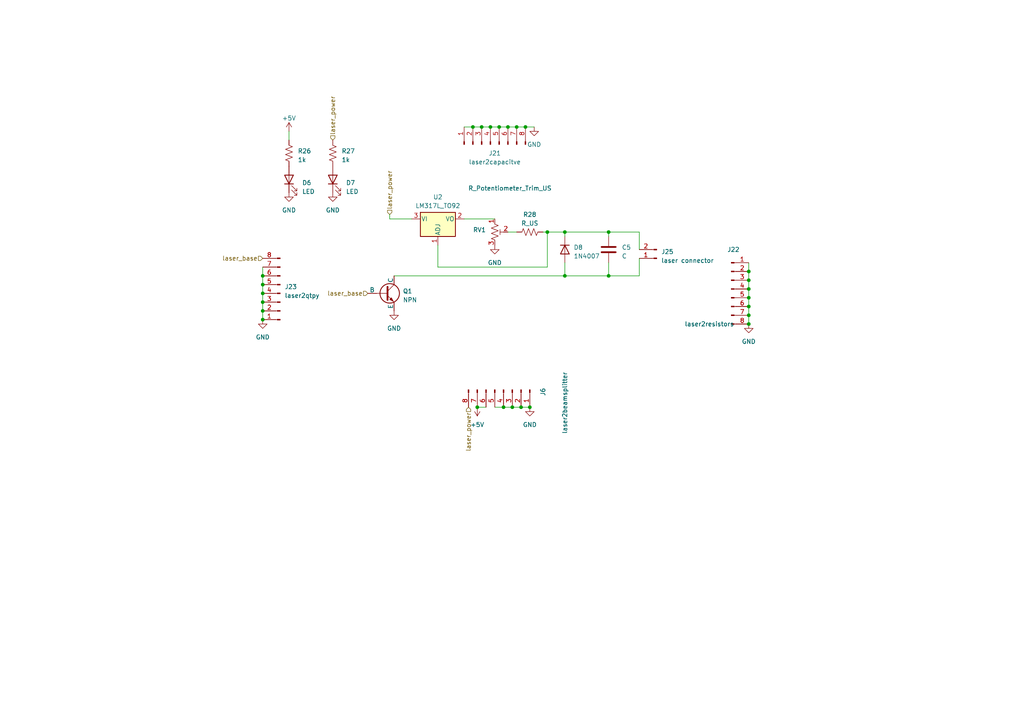
<source format=kicad_sch>
(kicad_sch (version 20230121) (generator eeschema)
  (paper "A4")
  (lib_symbols
    (symbol "Connector:Conn_01x02_Pin" (pin_names (offset 1.016) hide)
      (property "Reference" "J" (at 0 2.54 0))
      (property "Value" "Conn_01x02_Pin" (at 0 -5.08 0))
      (symbol "Conn_01x02_Pin_1_1"
        (polyline (pts (xy 1.27 -2.54) (xy 0.8636 -2.54)) (stroke (width 0.1524)))
        (polyline (pts (xy 1.27 0) (xy 0.8636 0)) (stroke (width 0.1524)))
        (rectangle (start 0.8636 -2.413) (end 0 -2.667) (stroke (width 0.1524)) (fill (type outline)))
        (rectangle (start 0.8636 0.127) (end 0 -0.127) (stroke (width 0.1524)) (fill (type outline)))
        (pin passive line (at 5.08 0 180) (length 3.81) (name "Pin_1") (number "1"))
        (pin passive line (at 5.08 -2.54 180) (length 3.81) (name "Pin_2") (number "2"))
      )
    )
    (symbol "Connector:Conn_01x08_Pin" (pin_names (offset 1.016) hide)
      (property "Reference" "J" (at 0 10.16 0))
      (property "Value" "Conn_01x08_Pin" (at 0 -12.7 0))
      (symbol "Conn_01x08_Pin_1_1"
        (polyline (pts (xy 1.27 -10.16) (xy 0.8636 -10.16)) (stroke (width 0.1524)))
        (polyline (pts (xy 1.27 -7.62) (xy 0.8636 -7.62)) (stroke (width 0.1524)))
        (polyline (pts (xy 1.27 -5.08) (xy 0.8636 -5.08)) (stroke (width 0.1524)))
        (polyline (pts (xy 1.27 -2.54) (xy 0.8636 -2.54)) (stroke (width 0.1524)))
        (polyline (pts (xy 1.27 0) (xy 0.8636 0)) (stroke (width 0.1524)))
        (polyline (pts (xy 1.27 2.54) (xy 0.8636 2.54)) (stroke (width 0.1524)))
        (polyline (pts (xy 1.27 5.08) (xy 0.8636 5.08)) (stroke (width 0.1524)))
        (polyline (pts (xy 1.27 7.62) (xy 0.8636 7.62)) (stroke (width 0.1524)))
        (rectangle (start 0.8636 -10.033) (end 0 -10.287) (stroke (width 0.1524)) (fill (type outline)))
        (rectangle (start 0.8636 -7.493) (end 0 -7.747) (stroke (width 0.1524)) (fill (type outline)))
        (rectangle (start 0.8636 -4.953) (end 0 -5.207) (stroke (width 0.1524)) (fill (type outline)))
        (rectangle (start 0.8636 -2.413) (end 0 -2.667) (stroke (width 0.1524)) (fill (type outline)))
        (rectangle (start 0.8636 0.127) (end 0 -0.127) (stroke (width 0.1524)) (fill (type outline)))
        (rectangle (start 0.8636 2.667) (end 0 2.413) (stroke (width 0.1524)) (fill (type outline)))
        (rectangle (start 0.8636 5.207) (end 0 4.953) (stroke (width 0.1524)) (fill (type outline)))
        (rectangle (start 0.8636 7.747) (end 0 7.493) (stroke (width 0.1524)) (fill (type outline)))
        (pin passive line (at 5.08 7.62 180) (length 3.81) (name "Pin_1") (number "1"))
        (pin passive line (at 5.08 5.08 180) (length 3.81) (name "Pin_2") (number "2"))
        (pin passive line (at 5.08 2.54 180) (length 3.81) (name "Pin_3") (number "3"))
        (pin passive line (at 5.08 0 180) (length 3.81) (name "Pin_4") (number "4"))
        (pin passive line (at 5.08 -2.54 180) (length 3.81) (name "Pin_5") (number "5"))
        (pin passive line (at 5.08 -5.08 180) (length 3.81) (name "Pin_6") (number "6"))
        (pin passive line (at 5.08 -7.62 180) (length 3.81) (name "Pin_7") (number "7"))
        (pin passive line (at 5.08 -10.16 180) (length 3.81) (name "Pin_8") (number "8"))
      )
    )
    (symbol "Device:C" (pin_numbers hide) (pin_names (offset 0.254))
      (property "Reference" "C" (at 0.635 2.54 0))
      (property "Value" "C" (at 0.635 -2.54 0))
      (symbol "C_0_1"
        (polyline (pts (xy -2.032 -0.762) (xy 2.032 -0.762)) (stroke (width 0.508)))
        (polyline (pts (xy -2.032 0.762) (xy 2.032 0.762)) (stroke (width 0.508)))
      )
      (symbol "C_1_1"
        (pin passive line (at 0 3.81 270) (length 2.794) (name "~") (number "1"))
        (pin passive line (at 0 -3.81 90) (length 2.794) (name "~") (number "2"))
      )
    )
    (symbol "Device:LED" (pin_numbers hide) (pin_names (offset 1.016) hide)
      (property "Reference" "D" (at 0 2.54 0))
      (property "Value" "LED" (at 0 -2.54 0))
      (symbol "LED_0_1"
        (polyline (pts (xy -1.27 -1.27) (xy -1.27 1.27)) (stroke (width 0.254)))
        (polyline (pts (xy -1.27 0) (xy 1.27 0)))
        (polyline (pts (xy 1.27 -1.27) (xy 1.27 1.27) (xy -1.27 0) (xy 1.27 -1.27)) (stroke (width 0.254)))
        (polyline (pts (xy -3.048 -0.762) (xy -4.572 -2.286) (xy -3.81 -2.286) (xy -4.572 -2.286) (xy -4.572 -1.524)))
        (polyline (pts (xy -1.778 -0.762) (xy -3.302 -2.286) (xy -2.54 -2.286) (xy -3.302 -2.286) (xy -3.302 -1.524)))
      )
      (symbol "LED_1_1"
        (pin passive line (at -3.81 0 0) (length 2.54) (name "K") (number "1"))
        (pin passive line (at 3.81 0 180) (length 2.54) (name "A") (number "2"))
      )
    )
    (symbol "Device:R_Potentiometer_Trim_US" (pin_names (offset 1.016) hide)
      (property "Reference" "RV" (at -4.445 0 90))
      (property "Value" "R_Potentiometer_Trim_US" (at -2.54 0 90))
      (symbol "R_Potentiometer_Trim_US_0_1"
        (polyline (pts (xy 0 -2.286) (xy 0 -2.54)))
        (polyline (pts (xy 0 2.286) (xy 0 2.54)))
        (polyline (pts (xy 1.524 0.762) (xy 1.524 -0.762)))
        (polyline (pts (xy 2.54 0) (xy 1.524 0)))
        (polyline (pts (xy 0 -0.762) (xy 1.016 -1.143) (xy 0 -1.524) (xy -1.016 -1.905) (xy 0 -2.286)))
        (polyline (pts (xy 0 0.762) (xy 1.016 0.381) (xy 0 0) (xy -1.016 -0.381) (xy 0 -0.762)))
        (polyline (pts (xy 0 2.286) (xy 1.016 1.905) (xy 0 1.524) (xy -1.016 1.143) (xy 0 0.762)))
      )
      (symbol "R_Potentiometer_Trim_US_1_1"
        (pin passive line (at 0 3.81 270) (length 1.27) (name "1") (number "1"))
        (pin passive line (at 3.81 0 180) (length 1.27) (name "2") (number "2"))
        (pin passive line (at 0 -3.81 90) (length 1.27) (name "3") (number "3"))
      )
    )
    (symbol "Device:R_US" (pin_numbers hide) (pin_names (offset 0))
      (property "Reference" "R" (at 2.54 0 90))
      (property "Value" "R_US" (at -2.54 0 90))
      (symbol "R_US_0_1"
        (polyline (pts (xy 0 -2.286) (xy 0 -2.54)))
        (polyline (pts (xy 0 2.286) (xy 0 2.54)))
        (polyline (pts (xy 0 -0.762) (xy 1.016 -1.143) (xy 0 -1.524) (xy -1.016 -1.905) (xy 0 -2.286)))
        (polyline (pts (xy 0 0.762) (xy 1.016 0.381) (xy 0 0) (xy -1.016 -0.381) (xy 0 -0.762)))
        (polyline (pts (xy 0 2.286) (xy 1.016 1.905) (xy 0 1.524) (xy -1.016 1.143) (xy 0 0.762)))
      )
      (symbol "R_US_1_1"
        (pin passive line (at 0 3.81 270) (length 1.27) (name "~") (number "1"))
        (pin passive line (at 0 -3.81 90) (length 1.27) (name "~") (number "2"))
      )
    )
    (symbol "Diode:1N4007" (pin_numbers hide) (pin_names hide)
      (property "Reference" "D" (at 0 2.54 0))
      (property "Value" "1N4007" (at 0 -2.54 0))
      (symbol "1N4007_0_1"
        (polyline (pts (xy -1.27 1.27) (xy -1.27 -1.27)) (stroke (width 0.254)))
        (polyline (pts (xy 1.27 0) (xy -1.27 0)))
        (polyline (pts (xy 1.27 1.27) (xy 1.27 -1.27) (xy -1.27 0) (xy 1.27 1.27)) (stroke (width 0.254)))
      )
      (symbol "1N4007_1_1"
        (pin passive line (at -3.81 0 0) (length 2.54) (name "K") (number "1"))
        (pin passive line (at 3.81 0 180) (length 2.54) (name "A") (number "2"))
      )
    )
    (symbol "Regulator_Linear:LM317L_TO92" (pin_names (offset 0.254))
      (property "Reference" "U" (at -3.81 3.175 0))
      (property "Value" "LM317L_TO92" (at 0 3.175 0))
      (symbol "LM317L_TO92_0_1"
        (rectangle (start -5.08 1.905) (end 5.08 -5.08) (stroke (width 0.254)) (fill (type background)))
      )
      (symbol "LM317L_TO92_1_1"
        (pin input line (at 0 -7.62 90) (length 2.54) (name "ADJ") (number "1"))
        (pin power_out line (at 7.62 0 180) (length 2.54) (name "VO") (number "2"))
        (pin power_in line (at -7.62 0 0) (length 2.54) (name "VI") (number "3"))
      )
    )
    (symbol "Simulation_SPICE:NPN" (pin_numbers hide) (pin_names (offset 0))
      (property "Reference" "Q" (at -2.54 7.62 0))
      (property "Value" "NPN" (at -2.54 5.08 0))
      (symbol "NPN_0_1"
        (polyline (pts (xy -2.54 0) (xy 0.635 0)) (stroke (width 0.1524)))
        (polyline (pts (xy 0.635 0.635) (xy 2.54 2.54)))
        (polyline (pts (xy 2.794 -1.27) (xy 2.794 -1.27)) (stroke (width 0.1524)))
        (polyline (pts (xy 2.794 -1.27) (xy 2.794 -1.27)) (stroke (width 0.1524)))
        (polyline (pts (xy 0.635 -0.635) (xy 2.54 -2.54) (xy 2.54 -2.54)))
        (polyline (pts (xy 0.635 1.905) (xy 0.635 -1.905) (xy 0.635 -1.905)) (stroke (width 0.508)))
        (polyline (pts (xy 1.27 -1.778) (xy 1.778 -1.27) (xy 2.286 -2.286) (xy 1.27 -1.778) (xy 1.27 -1.778)) (fill (type outline)))
        (circle (center 1.27 0) (radius 2.8194) (stroke (width 0.254)))
      )
      (symbol "NPN_1_1"
        (pin open_collector line (at 2.54 5.08 270) (length 2.54) (name "C") (number "1"))
        (pin input line (at -5.08 0 0) (length 2.54) (name "B") (number "2"))
        (pin open_emitter line (at 2.54 -5.08 90) (length 2.54) (name "E") (number "3"))
      )
    )
    (symbol "power:+5V" (power) (pin_names (offset 0))
      (property "Value" "+5V" (at 0 3.556 0))
      (symbol "+5V_0_1"
        (polyline (pts (xy -0.762 1.27) (xy 0 2.54)))
        (polyline (pts (xy 0 0) (xy 0 2.54)))
        (polyline (pts (xy 0 2.54) (xy 0.762 1.27)))
      )
      (symbol "+5V_1_1"
        (pin power_in line (at 0 0 90) (length 0) hide (name "+5V") (number "1"))
      )
    )
    (symbol "power:GND" (power) (pin_names (offset 0))
      (property "Value" "GND" (at 0 -3.81 0))
      (symbol "GND_0_1"
        (polyline (pts (xy 0 0) (xy 0 -1.27) (xy 1.27 -1.27) (xy 0 -2.54) (xy -1.27 -1.27) (xy 0 -1.27)))
      )
      (symbol "GND_1_1"
        (pin power_in line (at 0 0 270) (length 0) hide (name "GND") (number "1"))
      )
    )
  )
  (junction (at 217.17 88.9))
  (junction (at 217.17 91.44))
  (junction (at 176.53 80.01))
  (junction (at 137.16 36.83))
  (junction (at 146.05 118.11))
  (junction (at 148.59 118.11))
  (junction (at 142.24 36.83))
  (junction (at 76.2 90.17))
  (junction (at 153.67 118.11))
  (junction (at 217.17 78.74))
  (junction (at 76.2 82.55))
  (junction (at 217.17 81.28))
  (junction (at 176.53 67.31))
  (junction (at 138.43 118.11))
  (junction (at 76.2 80.01))
  (junction (at 217.17 86.36))
  (junction (at 139.7 36.83))
  (junction (at 76.2 85.09))
  (junction (at 144.78 36.83))
  (junction (at 151.13 118.11))
  (junction (at 163.83 80.01))
  (junction (at 163.83 67.31))
  (junction (at 217.17 93.98))
  (junction (at 158.75 67.31))
  (junction (at 76.2 87.63))
  (junction (at 147.32 36.83))
  (junction (at 149.86 36.83))
  (junction (at 217.17 83.82))
  (junction (at 76.2 92.71))
  (junction (at 152.4 36.83))
  (wire (pts (xy 76.2 85.09) (xy 76.2 87.63)))
  (wire (pts (xy 176.53 67.31) (xy 176.53 68.58)))
  (wire (pts (xy 217.17 86.36) (xy 217.17 88.9)))
  (wire (pts (xy 217.17 91.44) (xy 217.17 93.98)))
  (wire (pts (xy 157.48 67.31) (xy 158.75 67.31)))
  (wire (pts (xy 113.03 63.5) (xy 119.38 63.5)))
  (wire (pts (xy 176.53 80.01) (xy 163.83 80.01)))
  (wire (pts (xy 76.2 77.47) (xy 76.2 80.01)))
  (wire (pts (xy 140.97 118.11) (xy 138.43 118.11)))
  (wire (pts (xy 217.17 88.9) (xy 217.17 91.44)))
  (wire (pts (xy 76.2 90.17) (xy 76.2 92.71)))
  (wire (pts (xy 148.59 118.11) (xy 151.13 118.11)))
  (wire (pts (xy 217.17 81.28) (xy 217.17 83.82)))
  (wire (pts (xy 158.75 77.47) (xy 127 77.47)))
  (wire (pts (xy 163.83 76.2) (xy 163.83 80.01)))
  (wire (pts (xy 83.82 38.1) (xy 83.82 40.64)))
  (wire (pts (xy 185.42 80.01) (xy 176.53 80.01)))
  (wire (pts (xy 152.4 36.83) (xy 154.94 36.83)))
  (wire (pts (xy 144.78 36.83) (xy 147.32 36.83)))
  (wire (pts (xy 158.75 67.31) (xy 158.75 77.47)))
  (wire (pts (xy 217.17 76.2) (xy 217.17 78.74)))
  (wire (pts (xy 185.42 74.93) (xy 185.42 80.01)))
  (wire (pts (xy 139.7 36.83) (xy 142.24 36.83)))
  (wire (pts (xy 217.17 78.74) (xy 217.17 81.28)))
  (wire (pts (xy 137.16 36.83) (xy 139.7 36.83)))
  (wire (pts (xy 176.53 67.31) (xy 163.83 67.31)))
  (wire (pts (xy 151.13 118.11) (xy 153.67 118.11)))
  (wire (pts (xy 134.62 36.83) (xy 137.16 36.83)))
  (wire (pts (xy 142.24 36.83) (xy 144.78 36.83)))
  (wire (pts (xy 176.53 76.2) (xy 176.53 80.01)))
  (wire (pts (xy 146.05 118.11) (xy 148.59 118.11)))
  (wire (pts (xy 146.05 118.11) (xy 143.51 118.11)))
  (wire (pts (xy 163.83 67.31) (xy 163.83 68.58)))
  (wire (pts (xy 134.62 63.5) (xy 143.51 63.5)))
  (wire (pts (xy 147.32 36.83) (xy 149.86 36.83)))
  (wire (pts (xy 217.17 83.82) (xy 217.17 86.36)))
  (wire (pts (xy 76.2 80.01) (xy 76.2 82.55)))
  (wire (pts (xy 185.42 72.39) (xy 185.42 67.31)))
  (wire (pts (xy 185.42 67.31) (xy 176.53 67.31)))
  (wire (pts (xy 163.83 67.31) (xy 158.75 67.31)))
  (wire (pts (xy 76.2 87.63) (xy 76.2 90.17)))
  (wire (pts (xy 127 77.47) (xy 127 71.12)))
  (wire (pts (xy 114.3 80.01) (xy 163.83 80.01)))
  (wire (pts (xy 113.03 63.5) (xy 113.03 62.23)))
  (wire (pts (xy 76.2 82.55) (xy 76.2 85.09)))
  (wire (pts (xy 149.86 36.83) (xy 152.4 36.83)))
  (wire (pts (xy 147.32 67.31) (xy 149.86 67.31)))
  (hierarchical_label "laser_power" (shape input) (at 113.03 62.23 90))
  (hierarchical_label "laser_base" (shape input) (at 106.68 85.09 180))
  (hierarchical_label "laser_base" (shape input) (at 76.2 74.93 180))
  (hierarchical_label "laser_power" (shape input) (at 96.52 40.64 90))
  (hierarchical_label "laser_power" (shape input) (at 135.89 118.11 270))
  (symbol (lib_id "power:GND") (at 83.82 55.88 0) (unit 1)
    (property "Reference" "#PWR039" (effects hide))
    (property "Value" "GND" (at 83.82 60.96 0))
  )
  (symbol (lib_id "Connector:Conn_01x08_Pin") (at 212.09 83.82 0) (unit 1)
    (property "Reference" "J22" (at 212.725 72.39 0))
    (property "Value" "laser2resistors" (at 205.74 93.98 0))
    (property "Footprint" "Connector_PinHeader_2.54mm:PinHeader_1x08_P2.54mm_Horizontal" (effects hide))
  )
  (symbol (lib_id "power:GND") (at 114.3 90.17 0) (unit 1)
    (property "Reference" "#PWR041" (effects hide))
    (property "Value" "GND" (at 114.3 95.25 0))
  )
  (symbol (lib_id "Regulator_Linear:LM317L_TO92") (at 127 63.5 0) (unit 1)
    (property "Reference" "U2" (at 127 57.15 0))
    (property "Value" "LM317L_TO92" (at 127 59.69 0))
    (property "Footprint" "Package_TO_SOT_THT:TO-220-3_Vertical" (effects hide))
    (property "Datasheet" "http://www.ti.com/lit/ds/snvs775k/snvs775k.pdf" (effects hide))
  )
  (symbol (lib_id "power:GND") (at 143.51 71.12 0) (unit 1)
    (property "Reference" "#PWR043" (effects hide))
    (property "Value" "GND" (at 143.51 76.2 0))
  )
  (symbol (lib_id "Device:LED") (at 96.52 52.07 90) (unit 1)
    (property "Reference" "D7" (at 100.33 53.0225 90) (effects (justify right)))
    (property "Value" "LED" (at 100.33 55.5625 90) (effects (justify right)))
    (property "Footprint" "LED_SMD:LED_0805_2012Metric" (effects hide))
  )
  (symbol (lib_id "power:GND") (at 96.52 55.88 0) (unit 1)
    (property "Reference" "#PWR040" (effects hide))
    (property "Value" "GND" (at 96.52 60.96 0))
  )
  (symbol (lib_id "power:+5V") (at 138.43 118.11 180) (unit 1)
    (property "Reference" "#PWR015" (effects hide))
    (property "Value" "+5V" (at 138.43 123.19 0))
    (instances (project "qtpy" (path "" (reference "#PWR015") (unit 1))) (project "puzzle_cube" (path "" (reference "#PWR015") (unit 1)) (path "" (reference "#PWR020") (unit 1)) (path "" (reference "#PWR031") (unit 1)) (path "" (reference "#PWR038") (unit 1))))
  )
  (symbol (lib_id "power:GND") (at 76.2 92.71 0) (unit 1)
    (property "Reference" "#PWR04" (effects hide))
    (property "Value" "GND" (at 76.2 97.79 0))
  )
  (symbol (lib_id "Connector:Conn_01x08_Pin") (at 142.24 41.91 90) (unit 1)
    (property "Reference" "J21" (at 143.51 44.45 90))
    (property "Value" "laser2capacitve" (at 143.51 46.99 90))
    (property "Footprint" "Connector_PinHeader_2.54mm:PinHeader_1x08_P2.54mm_Horizontal" (effects hide))
  )
  (symbol (lib_id "Device:C") (at 176.53 72.39 0) (unit 1)
    (property "Reference" "C5" (at 180.34 71.755 0) (effects (justify left)))
    (property "Value" "C" (at 180.34 74.295 0) (effects (justify left)))
    (property "Footprint" "Capacitor_THT:CP_Radial_D5.0mm_P2.50mm" (effects hide))
  )
  (symbol (lib_id "power:GND") (at 154.94 36.83 0) (unit 1)
    (property "Reference" "#PWR032" (effects hide))
    (property "Value" "GND" (at 154.94 41.91 0))
    (instances (project "puzzle_cube" (path "" (reference "#PWR032") (unit 1)) (path "" (reference "#PWR056") (unit 1))))
  )
  (symbol (lib_id "Connector:Conn_01x08_Pin") (at 81.28 85.09 180) (unit 1)
    (property "Reference" "J23" (at 82.55 83.185 0) (effects (justify right)))
    (property "Value" "laser2qtpy" (at 82.55 85.725 0) (effects (justify right)))
    (property "Footprint" "Connector_PinHeader_2.54mm:PinHeader_1x08_P2.54mm_Horizontal" (effects hide))
  )
  (symbol (lib_id "Connector:Conn_01x08_Pin") (at 146.05 113.03 270) (unit 1)
    (property "Reference" "J6" (at 157.48 113.665 0))
    (property "Value" "laser2beamsplitter" (at 163.83 116.84 0))
    (property "Footprint" "Connector_PinHeader_2.54mm:PinHeader_1x08_P2.54mm_Horizontal" (effects hide))
    (instances (project "puzzle_cube" (path "" (reference "J6") (unit 1)) (path "" (reference "J20") (unit 1)) (path "" (reference "J24") (unit 1))))
  )
  (symbol (lib_id "Diode:1N4007") (at 163.83 72.39 270) (unit 1)
    (property "Reference" "D8" (at 166.37 71.755 90) (effects (justify left)))
    (property "Value" "1N4007" (at 166.37 74.295 90) (effects (justify left)))
    (property "Footprint" "Diode_THT:D_DO-41_SOD81_P10.16mm_Horizontal" (effects hide))
    (property "Datasheet" "http://www.vishay.com/docs/88503/1n4001.pdf" (effects hide))
    (property "Sim.Device" "D" (effects hide))
    (property "Sim.Pins" "1=K 2=A" (effects hide))
  )
  (symbol (lib_id "Device:LED") (at 83.82 52.07 90) (unit 1)
    (property "Reference" "D6" (at 87.63 53.0225 90) (effects (justify right)))
    (property "Value" "LED" (at 87.63 55.5625 90) (effects (justify right)))
    (property "Footprint" "LED_SMD:LED_0805_2012Metric" (effects hide))
  )
  (symbol (lib_id "Simulation_SPICE:NPN") (at 111.76 85.09 0) (unit 1)
    (property "Reference" "Q1" (at 116.84 84.455 0) (effects (justify left)))
    (property "Value" "NPN" (at 116.84 86.995 0) (effects (justify left)))
    (property "Footprint" "Package_TO_SOT_THT:TO-92L_Inline_Wide" (effects hide))
    (property "Sim.Device" "NPN" (effects hide))
    (property "Sim.Type" "GUMMELPOON" (effects hide))
    (property "Sim.Pins" "1=C 2=B 3=E" (effects hide))
  )
  (symbol (lib_id "power:+5V") (at 83.82 38.1 0) (unit 1)
    (property "Reference" "#PWR052" (effects hide))
    (property "Value" "+5V" (at 83.82 34.29 0))
  )
  (symbol (lib_id "Device:R_Potentiometer_Trim_US") (at 143.51 67.31 0) (unit 1)
    (property "Reference" "RV1" (at 140.97 66.675 0) (effects (justify right)))
    (property "Value" "R_Potentiometer_Trim_US" (at 160.02 54.61 0) (effects (justify right)))
    (property "Footprint" "Potentiometer_THT:Potentiometer_Piher_PT-10-V10_Vertical" (effects hide))
  )
  (symbol (lib_id "power:GND") (at 153.67 118.11 0) (unit 1)
    (property "Reference" "#PWR032" (effects hide))
    (property "Value" "GND" (at 153.67 123.19 0))
    (instances (project "puzzle_cube" (path "" (reference "#PWR032") (unit 1)) (path "" (reference "#PWR037") (unit 1))))
  )
  (symbol (lib_id "Device:R_US") (at 83.82 44.45 180) (unit 1)
    (property "Reference" "R26" (at 86.36 43.815 0) (effects (justify right)))
    (property "Value" "1k" (at 86.36 46.355 0) (effects (justify right)))
    (property "Footprint" "Resistor_SMD:R_0805_2012Metric_Pad1.20x1.40mm_HandSolder" (effects hide))
  )
  (symbol (lib_id "Device:R_US") (at 153.67 67.31 90) (unit 1)
    (property "Reference" "R28" (at 153.67 62.23 90))
    (property "Value" "R_US" (at 153.67 64.77 90))
    (property "Footprint" "Resistor_SMD:R_0805_2012Metric_Pad1.20x1.40mm_HandSolder" (effects hide))
  )
  (symbol (lib_id "power:GND") (at 217.17 93.98 0) (unit 1)
    (property "Reference" "#PWR053" (effects hide))
    (property "Value" "GND" (at 217.17 99.06 0))
  )
  (symbol (lib_id "Connector:Conn_01x02_Pin") (at 190.5 74.93 180) (unit 1)
    (property "Reference" "J25" (at 191.77 73.025 0) (effects (justify right)))
    (property "Value" "laser connector" (at 191.77 75.565 0) (effects (justify right)))
    (property "Footprint" "Connector_PinHeader_2.54mm:PinHeader_1x02_P2.54mm_Horizontal" (effects hide))
  )
  (symbol (lib_id "Device:R_US") (at 96.52 44.45 180) (unit 1)
    (property "Reference" "R27" (at 99.06 43.815 0) (effects (justify right)))
    (property "Value" "1k" (at 99.06 46.355 0) (effects (justify right)))
    (property "Footprint" "Resistor_SMD:R_0805_2012Metric_Pad1.20x1.40mm_HandSolder" (effects hide))
  )
)
</source>
